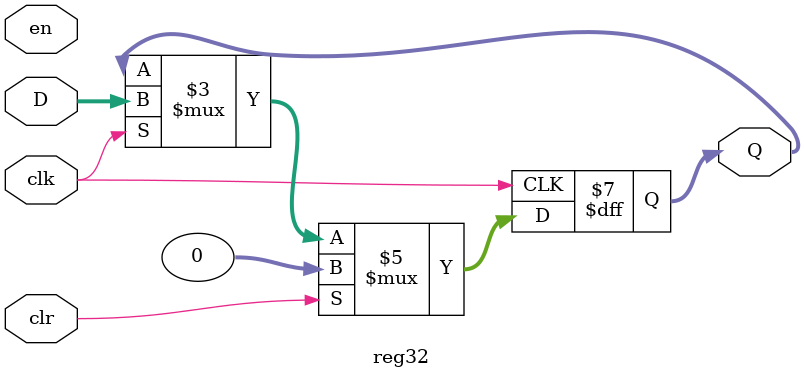
<source format=v>
module reg32(
	input clk, clr, en,
	input [31:0] D,
	output [31:0] Q
);

	initial Q = 0;
	always@(posedge clk)
	begin
		if(clk)
			Q[31:0]<= D[31:0];
		if(clr)
			Q[31:0]<= 32'b0;
	end
endmodule

</source>
